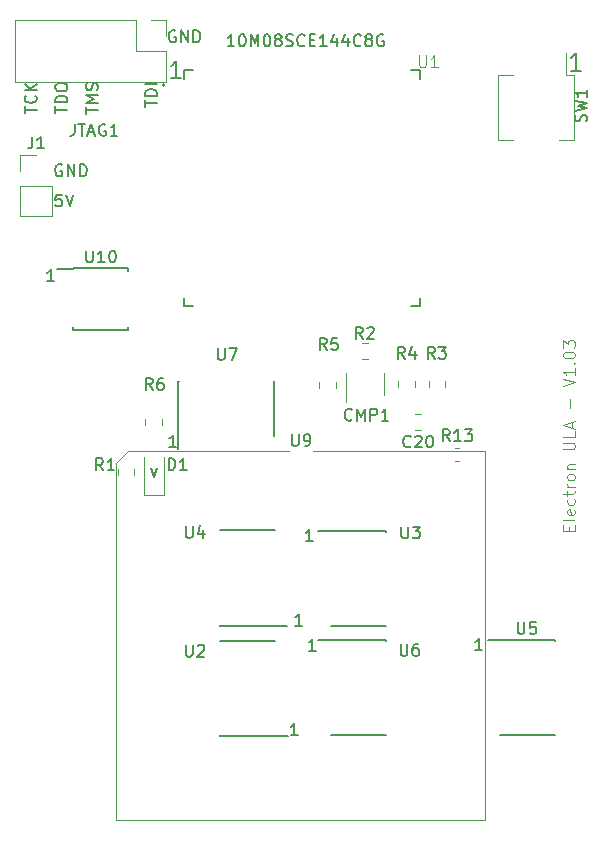
<source format=gbr>
G04 #@! TF.GenerationSoftware,KiCad,Pcbnew,(5.1.8)-1*
G04 #@! TF.CreationDate,2021-01-30T15:14:53+00:00*
G04 #@! TF.ProjectId,ElectronULA,456c6563-7472-46f6-9e55-4c412e6b6963,rev?*
G04 #@! TF.SameCoordinates,Original*
G04 #@! TF.FileFunction,Legend,Top*
G04 #@! TF.FilePolarity,Positive*
%FSLAX46Y46*%
G04 Gerber Fmt 4.6, Leading zero omitted, Abs format (unit mm)*
G04 Created by KiCad (PCBNEW (5.1.8)-1) date 2021-01-30 15:14:53*
%MOMM*%
%LPD*%
G01*
G04 APERTURE LIST*
%ADD10C,0.150000*%
%ADD11C,0.125000*%
%ADD12C,0.200000*%
%ADD13C,0.120000*%
%ADD14C,0.127000*%
%ADD15C,0.115000*%
G04 APERTURE END LIST*
D10*
X133135334Y-78481180D02*
X132563905Y-78481180D01*
X132849620Y-78481180D02*
X132849620Y-77481180D01*
X132754381Y-77624038D01*
X132659143Y-77719276D01*
X132563905Y-77766895D01*
X177735811Y-60658131D02*
X176878668Y-60658131D01*
X177307240Y-60658131D02*
X177307240Y-59158131D01*
X177164382Y-59372417D01*
X177021525Y-59515274D01*
X176878668Y-59586702D01*
X169391294Y-109713020D02*
X168819865Y-109713020D01*
X169105580Y-109713020D02*
X169105580Y-108713020D01*
X169010341Y-108855878D01*
X168915103Y-108951116D01*
X168819865Y-108998735D01*
X155304454Y-109766360D02*
X154733025Y-109766360D01*
X155018740Y-109766360D02*
X155018740Y-108766360D01*
X154923501Y-108909218D01*
X154828263Y-109004456D01*
X154733025Y-109052075D01*
X153770294Y-116929160D02*
X153198865Y-116929160D01*
X153484580Y-116929160D02*
X153484580Y-115929160D01*
X153389341Y-116072018D01*
X153294103Y-116167256D01*
X153198865Y-116214875D01*
X155027594Y-100497900D02*
X154456165Y-100497900D01*
X154741880Y-100497900D02*
X154741880Y-99497900D01*
X154646641Y-99640758D01*
X154551403Y-99735996D01*
X154456165Y-99783615D01*
X154141134Y-107637840D02*
X153569705Y-107637840D01*
X153855420Y-107637840D02*
X153855420Y-106637840D01*
X153760181Y-106780698D01*
X153664943Y-106875936D01*
X153569705Y-106923555D01*
X143473134Y-92491820D02*
X142901705Y-92491820D01*
X143187420Y-92491820D02*
X143187420Y-91491820D01*
X143092181Y-91634678D01*
X142996943Y-91729916D01*
X142901705Y-91777535D01*
X143903011Y-61298211D02*
X143045868Y-61298211D01*
X143474440Y-61298211D02*
X143474440Y-59798211D01*
X143331582Y-60012497D01*
X143188725Y-60155354D01*
X143045868Y-60226782D01*
X148397080Y-58587900D02*
X147825652Y-58587900D01*
X148111366Y-58587900D02*
X148111366Y-57587900D01*
X148016128Y-57730758D01*
X147920890Y-57825996D01*
X147825652Y-57873615D01*
X149016128Y-57587900D02*
X149111366Y-57587900D01*
X149206604Y-57635520D01*
X149254223Y-57683139D01*
X149301842Y-57778377D01*
X149349461Y-57968853D01*
X149349461Y-58206948D01*
X149301842Y-58397424D01*
X149254223Y-58492662D01*
X149206604Y-58540281D01*
X149111366Y-58587900D01*
X149016128Y-58587900D01*
X148920890Y-58540281D01*
X148873271Y-58492662D01*
X148825652Y-58397424D01*
X148778033Y-58206948D01*
X148778033Y-57968853D01*
X148825652Y-57778377D01*
X148873271Y-57683139D01*
X148920890Y-57635520D01*
X149016128Y-57587900D01*
X149778033Y-58587900D02*
X149778033Y-57587900D01*
X150111366Y-58302186D01*
X150444700Y-57587900D01*
X150444700Y-58587900D01*
X151111366Y-57587900D02*
X151206604Y-57587900D01*
X151301842Y-57635520D01*
X151349461Y-57683139D01*
X151397080Y-57778377D01*
X151444700Y-57968853D01*
X151444700Y-58206948D01*
X151397080Y-58397424D01*
X151349461Y-58492662D01*
X151301842Y-58540281D01*
X151206604Y-58587900D01*
X151111366Y-58587900D01*
X151016128Y-58540281D01*
X150968509Y-58492662D01*
X150920890Y-58397424D01*
X150873271Y-58206948D01*
X150873271Y-57968853D01*
X150920890Y-57778377D01*
X150968509Y-57683139D01*
X151016128Y-57635520D01*
X151111366Y-57587900D01*
X152016128Y-58016472D02*
X151920890Y-57968853D01*
X151873271Y-57921234D01*
X151825652Y-57825996D01*
X151825652Y-57778377D01*
X151873271Y-57683139D01*
X151920890Y-57635520D01*
X152016128Y-57587900D01*
X152206604Y-57587900D01*
X152301842Y-57635520D01*
X152349461Y-57683139D01*
X152397080Y-57778377D01*
X152397080Y-57825996D01*
X152349461Y-57921234D01*
X152301842Y-57968853D01*
X152206604Y-58016472D01*
X152016128Y-58016472D01*
X151920890Y-58064091D01*
X151873271Y-58111710D01*
X151825652Y-58206948D01*
X151825652Y-58397424D01*
X151873271Y-58492662D01*
X151920890Y-58540281D01*
X152016128Y-58587900D01*
X152206604Y-58587900D01*
X152301842Y-58540281D01*
X152349461Y-58492662D01*
X152397080Y-58397424D01*
X152397080Y-58206948D01*
X152349461Y-58111710D01*
X152301842Y-58064091D01*
X152206604Y-58016472D01*
X152778033Y-58540281D02*
X152920890Y-58587900D01*
X153158985Y-58587900D01*
X153254223Y-58540281D01*
X153301842Y-58492662D01*
X153349461Y-58397424D01*
X153349461Y-58302186D01*
X153301842Y-58206948D01*
X153254223Y-58159329D01*
X153158985Y-58111710D01*
X152968509Y-58064091D01*
X152873271Y-58016472D01*
X152825652Y-57968853D01*
X152778033Y-57873615D01*
X152778033Y-57778377D01*
X152825652Y-57683139D01*
X152873271Y-57635520D01*
X152968509Y-57587900D01*
X153206604Y-57587900D01*
X153349461Y-57635520D01*
X154349461Y-58492662D02*
X154301842Y-58540281D01*
X154158985Y-58587900D01*
X154063747Y-58587900D01*
X153920890Y-58540281D01*
X153825652Y-58445043D01*
X153778033Y-58349805D01*
X153730414Y-58159329D01*
X153730414Y-58016472D01*
X153778033Y-57825996D01*
X153825652Y-57730758D01*
X153920890Y-57635520D01*
X154063747Y-57587900D01*
X154158985Y-57587900D01*
X154301842Y-57635520D01*
X154349461Y-57683139D01*
X154778033Y-58064091D02*
X155111366Y-58064091D01*
X155254223Y-58587900D02*
X154778033Y-58587900D01*
X154778033Y-57587900D01*
X155254223Y-57587900D01*
X156206604Y-58587900D02*
X155635176Y-58587900D01*
X155920890Y-58587900D02*
X155920890Y-57587900D01*
X155825652Y-57730758D01*
X155730414Y-57825996D01*
X155635176Y-57873615D01*
X157063747Y-57921234D02*
X157063747Y-58587900D01*
X156825652Y-57540281D02*
X156587557Y-58254567D01*
X157206604Y-58254567D01*
X158016128Y-57921234D02*
X158016128Y-58587900D01*
X157778033Y-57540281D02*
X157539938Y-58254567D01*
X158158985Y-58254567D01*
X159111366Y-58492662D02*
X159063747Y-58540281D01*
X158920890Y-58587900D01*
X158825652Y-58587900D01*
X158682795Y-58540281D01*
X158587557Y-58445043D01*
X158539938Y-58349805D01*
X158492319Y-58159329D01*
X158492319Y-58016472D01*
X158539938Y-57825996D01*
X158587557Y-57730758D01*
X158682795Y-57635520D01*
X158825652Y-57587900D01*
X158920890Y-57587900D01*
X159063747Y-57635520D01*
X159111366Y-57683139D01*
X159682795Y-58016472D02*
X159587557Y-57968853D01*
X159539938Y-57921234D01*
X159492319Y-57825996D01*
X159492319Y-57778377D01*
X159539938Y-57683139D01*
X159587557Y-57635520D01*
X159682795Y-57587900D01*
X159873271Y-57587900D01*
X159968509Y-57635520D01*
X160016128Y-57683139D01*
X160063747Y-57778377D01*
X160063747Y-57825996D01*
X160016128Y-57921234D01*
X159968509Y-57968853D01*
X159873271Y-58016472D01*
X159682795Y-58016472D01*
X159587557Y-58064091D01*
X159539938Y-58111710D01*
X159492319Y-58206948D01*
X159492319Y-58397424D01*
X159539938Y-58492662D01*
X159587557Y-58540281D01*
X159682795Y-58587900D01*
X159873271Y-58587900D01*
X159968509Y-58540281D01*
X160016128Y-58492662D01*
X160063747Y-58397424D01*
X160063747Y-58206948D01*
X160016128Y-58111710D01*
X159968509Y-58064091D01*
X159873271Y-58016472D01*
X161016128Y-57635520D02*
X160920890Y-57587900D01*
X160778033Y-57587900D01*
X160635176Y-57635520D01*
X160539938Y-57730758D01*
X160492319Y-57825996D01*
X160444700Y-58016472D01*
X160444700Y-58159329D01*
X160492319Y-58349805D01*
X160539938Y-58445043D01*
X160635176Y-58540281D01*
X160778033Y-58587900D01*
X160873271Y-58587900D01*
X161016128Y-58540281D01*
X161063747Y-58492662D01*
X161063747Y-58159329D01*
X160873271Y-58159329D01*
X133802215Y-68641340D02*
X133706977Y-68593720D01*
X133564120Y-68593720D01*
X133421262Y-68641340D01*
X133326024Y-68736578D01*
X133278405Y-68831816D01*
X133230786Y-69022292D01*
X133230786Y-69165149D01*
X133278405Y-69355625D01*
X133326024Y-69450863D01*
X133421262Y-69546101D01*
X133564120Y-69593720D01*
X133659358Y-69593720D01*
X133802215Y-69546101D01*
X133849834Y-69498482D01*
X133849834Y-69165149D01*
X133659358Y-69165149D01*
X134278405Y-69593720D02*
X134278405Y-68593720D01*
X134849834Y-69593720D01*
X134849834Y-68593720D01*
X135326024Y-69593720D02*
X135326024Y-68593720D01*
X135564120Y-68593720D01*
X135706977Y-68641340D01*
X135802215Y-68736578D01*
X135849834Y-68831816D01*
X135897453Y-69022292D01*
X135897453Y-69165149D01*
X135849834Y-69355625D01*
X135802215Y-69450863D01*
X135706977Y-69546101D01*
X135564120Y-69593720D01*
X135326024Y-69593720D01*
X133784363Y-71154040D02*
X133308173Y-71154040D01*
X133260554Y-71630231D01*
X133308173Y-71582612D01*
X133403411Y-71534993D01*
X133641506Y-71534993D01*
X133736744Y-71582612D01*
X133784363Y-71630231D01*
X133831982Y-71725469D01*
X133831982Y-71963564D01*
X133784363Y-72058802D01*
X133736744Y-72106421D01*
X133641506Y-72154040D01*
X133403411Y-72154040D01*
X133308173Y-72106421D01*
X133260554Y-72058802D01*
X134117697Y-71154040D02*
X134451030Y-72154040D01*
X134784363Y-71154040D01*
X143411035Y-57300240D02*
X143315797Y-57252620D01*
X143172940Y-57252620D01*
X143030082Y-57300240D01*
X142934844Y-57395478D01*
X142887225Y-57490716D01*
X142839606Y-57681192D01*
X142839606Y-57824049D01*
X142887225Y-58014525D01*
X142934844Y-58109763D01*
X143030082Y-58205001D01*
X143172940Y-58252620D01*
X143268178Y-58252620D01*
X143411035Y-58205001D01*
X143458654Y-58157382D01*
X143458654Y-57824049D01*
X143268178Y-57824049D01*
X143887225Y-58252620D02*
X143887225Y-57252620D01*
X144458654Y-58252620D01*
X144458654Y-57252620D01*
X144934844Y-58252620D02*
X144934844Y-57252620D01*
X145172940Y-57252620D01*
X145315797Y-57300240D01*
X145411035Y-57395478D01*
X145458654Y-57490716D01*
X145506273Y-57681192D01*
X145506273Y-57824049D01*
X145458654Y-58014525D01*
X145411035Y-58109763D01*
X145315797Y-58205001D01*
X145172940Y-58252620D01*
X144934844Y-58252620D01*
X140836400Y-63693229D02*
X140836400Y-63121800D01*
X141836400Y-63407515D02*
X140836400Y-63407515D01*
X141836400Y-62788467D02*
X140836400Y-62788467D01*
X140836400Y-62550372D01*
X140884020Y-62407515D01*
X140979258Y-62312277D01*
X141074496Y-62264658D01*
X141264972Y-62217039D01*
X141407829Y-62217039D01*
X141598305Y-62264658D01*
X141693543Y-62312277D01*
X141788781Y-62407515D01*
X141836400Y-62550372D01*
X141836400Y-62788467D01*
X141836400Y-61788467D02*
X140836400Y-61788467D01*
X135845300Y-64305013D02*
X135845300Y-63733584D01*
X136845300Y-64019299D02*
X135845300Y-64019299D01*
X136845300Y-63400251D02*
X135845300Y-63400251D01*
X136559586Y-63066918D01*
X135845300Y-62733584D01*
X136845300Y-62733584D01*
X136797681Y-62305013D02*
X136845300Y-62162156D01*
X136845300Y-61924060D01*
X136797681Y-61828822D01*
X136750062Y-61781203D01*
X136654824Y-61733584D01*
X136559586Y-61733584D01*
X136464348Y-61781203D01*
X136416729Y-61828822D01*
X136369110Y-61924060D01*
X136321491Y-62114537D01*
X136273872Y-62209775D01*
X136226253Y-62257394D01*
X136131015Y-62305013D01*
X136035777Y-62305013D01*
X135940539Y-62257394D01*
X135892920Y-62209775D01*
X135845300Y-62114537D01*
X135845300Y-61876441D01*
X135892920Y-61733584D01*
X133259580Y-64243103D02*
X133259580Y-63671675D01*
X134259580Y-63957389D02*
X133259580Y-63957389D01*
X134259580Y-63338341D02*
X133259580Y-63338341D01*
X133259580Y-63100246D01*
X133307200Y-62957389D01*
X133402438Y-62862151D01*
X133497676Y-62814532D01*
X133688152Y-62766913D01*
X133831009Y-62766913D01*
X134021485Y-62814532D01*
X134116723Y-62862151D01*
X134211961Y-62957389D01*
X134259580Y-63100246D01*
X134259580Y-63338341D01*
X133259580Y-62147865D02*
X133259580Y-61957389D01*
X133307200Y-61862151D01*
X133402438Y-61766913D01*
X133592914Y-61719294D01*
X133926247Y-61719294D01*
X134116723Y-61766913D01*
X134211961Y-61862151D01*
X134259580Y-61957389D01*
X134259580Y-62147865D01*
X134211961Y-62243103D01*
X134116723Y-62338341D01*
X133926247Y-62385960D01*
X133592914Y-62385960D01*
X133402438Y-62338341D01*
X133307200Y-62243103D01*
X133259580Y-62147865D01*
X130653540Y-64239614D02*
X130653540Y-63668185D01*
X131653540Y-63953900D02*
X130653540Y-63953900D01*
X131558302Y-62763423D02*
X131605921Y-62811042D01*
X131653540Y-62953900D01*
X131653540Y-63049138D01*
X131605921Y-63191995D01*
X131510683Y-63287233D01*
X131415445Y-63334852D01*
X131224969Y-63382471D01*
X131082112Y-63382471D01*
X130891636Y-63334852D01*
X130796398Y-63287233D01*
X130701160Y-63191995D01*
X130653540Y-63049138D01*
X130653540Y-62953900D01*
X130701160Y-62811042D01*
X130748779Y-62763423D01*
X131653540Y-62334852D02*
X130653540Y-62334852D01*
X131653540Y-61763423D02*
X131082112Y-62191995D01*
X130653540Y-61763423D02*
X131224969Y-62334852D01*
D11*
X176712571Y-99629859D02*
X176712571Y-99296525D01*
X177236380Y-99153668D02*
X177236380Y-99629859D01*
X176236380Y-99629859D01*
X176236380Y-99153668D01*
X177236380Y-98582240D02*
X177188761Y-98677478D01*
X177093523Y-98725097D01*
X176236380Y-98725097D01*
X177188761Y-97820335D02*
X177236380Y-97915573D01*
X177236380Y-98106049D01*
X177188761Y-98201287D01*
X177093523Y-98248906D01*
X176712571Y-98248906D01*
X176617333Y-98201287D01*
X176569714Y-98106049D01*
X176569714Y-97915573D01*
X176617333Y-97820335D01*
X176712571Y-97772716D01*
X176807809Y-97772716D01*
X176903047Y-98248906D01*
X177188761Y-96915573D02*
X177236380Y-97010811D01*
X177236380Y-97201287D01*
X177188761Y-97296525D01*
X177141142Y-97344144D01*
X177045904Y-97391763D01*
X176760190Y-97391763D01*
X176664952Y-97344144D01*
X176617333Y-97296525D01*
X176569714Y-97201287D01*
X176569714Y-97010811D01*
X176617333Y-96915573D01*
X176569714Y-96629859D02*
X176569714Y-96248906D01*
X176236380Y-96487001D02*
X177093523Y-96487001D01*
X177188761Y-96439382D01*
X177236380Y-96344144D01*
X177236380Y-96248906D01*
X177236380Y-95915573D02*
X176569714Y-95915573D01*
X176760190Y-95915573D02*
X176664952Y-95867954D01*
X176617333Y-95820335D01*
X176569714Y-95725097D01*
X176569714Y-95629859D01*
X177236380Y-95153668D02*
X177188761Y-95248906D01*
X177141142Y-95296525D01*
X177045904Y-95344144D01*
X176760190Y-95344144D01*
X176664952Y-95296525D01*
X176617333Y-95248906D01*
X176569714Y-95153668D01*
X176569714Y-95010811D01*
X176617333Y-94915573D01*
X176664952Y-94867954D01*
X176760190Y-94820335D01*
X177045904Y-94820335D01*
X177141142Y-94867954D01*
X177188761Y-94915573D01*
X177236380Y-95010811D01*
X177236380Y-95153668D01*
X176569714Y-94391763D02*
X177236380Y-94391763D01*
X176664952Y-94391763D02*
X176617333Y-94344144D01*
X176569714Y-94248906D01*
X176569714Y-94106049D01*
X176617333Y-94010811D01*
X176712571Y-93963192D01*
X177236380Y-93963192D01*
X176236380Y-92725097D02*
X177045904Y-92725097D01*
X177141142Y-92677478D01*
X177188761Y-92629859D01*
X177236380Y-92534620D01*
X177236380Y-92344144D01*
X177188761Y-92248906D01*
X177141142Y-92201287D01*
X177045904Y-92153668D01*
X176236380Y-92153668D01*
X177236380Y-91201287D02*
X177236380Y-91677478D01*
X176236380Y-91677478D01*
X176950666Y-90915573D02*
X176950666Y-90439382D01*
X177236380Y-91010811D02*
X176236380Y-90677478D01*
X177236380Y-90344144D01*
X176855428Y-89248906D02*
X176855428Y-88487001D01*
X176236380Y-87391763D02*
X177236380Y-87058430D01*
X176236380Y-86725097D01*
X177236380Y-85867954D02*
X177236380Y-86439382D01*
X177236380Y-86153668D02*
X176236380Y-86153668D01*
X176379238Y-86248906D01*
X176474476Y-86344144D01*
X176522095Y-86439382D01*
X177141142Y-85439382D02*
X177188761Y-85391763D01*
X177236380Y-85439382D01*
X177188761Y-85487001D01*
X177141142Y-85439382D01*
X177236380Y-85439382D01*
X176236380Y-84772716D02*
X176236380Y-84677478D01*
X176284000Y-84582240D01*
X176331619Y-84534620D01*
X176426857Y-84487001D01*
X176617333Y-84439382D01*
X176855428Y-84439382D01*
X177045904Y-84487001D01*
X177141142Y-84534620D01*
X177188761Y-84582240D01*
X177236380Y-84677478D01*
X177236380Y-84772716D01*
X177188761Y-84867954D01*
X177141142Y-84915573D01*
X177045904Y-84963192D01*
X176855428Y-85010811D01*
X176617333Y-85010811D01*
X176426857Y-84963192D01*
X176331619Y-84915573D01*
X176284000Y-84867954D01*
X176236380Y-84772716D01*
X176236380Y-84106049D02*
X176236380Y-83487001D01*
X176617333Y-83820335D01*
X176617333Y-83677478D01*
X176664952Y-83582240D01*
X176712571Y-83534620D01*
X176807809Y-83487001D01*
X177045904Y-83487001D01*
X177141142Y-83534620D01*
X177188761Y-83582240D01*
X177236380Y-83677478D01*
X177236380Y-83963192D01*
X177188761Y-84058430D01*
X177141142Y-84106049D01*
D12*
X141890405Y-94284847D02*
X141604691Y-95046752D01*
X141318977Y-94284847D01*
D10*
X134774040Y-77359600D02*
X134774040Y-77484600D01*
X139424040Y-77359600D02*
X139424040Y-77584600D01*
X139424040Y-82609600D02*
X139424040Y-82384600D01*
X134774040Y-82609600D02*
X134774040Y-82384600D01*
X134774040Y-77359600D02*
X139424040Y-77359600D01*
X134774040Y-82609600D02*
X139424040Y-82609600D01*
X134774040Y-77484600D02*
X133424040Y-77484600D01*
D13*
X170704200Y-61004160D02*
X170704200Y-66524160D01*
X176524200Y-59154160D02*
X176524200Y-61004160D01*
X177174200Y-61004160D02*
X176524200Y-61004160D01*
X177174200Y-61004160D02*
X177174200Y-66524160D01*
X177174200Y-66524160D02*
X175905200Y-66524160D01*
X171974200Y-61004160D02*
X170704200Y-61004160D01*
X171974200Y-66524160D02*
X170704200Y-66524160D01*
X130290260Y-72983400D02*
X132950260Y-72983400D01*
X130290260Y-70383400D02*
X130290260Y-72983400D01*
X132950260Y-70383400D02*
X132950260Y-72983400D01*
X130290260Y-70383400D02*
X132950260Y-70383400D01*
X130290260Y-69113400D02*
X130290260Y-67783400D01*
X130290260Y-67783400D02*
X131620260Y-67783400D01*
X167435347Y-93664500D02*
X167092813Y-93664500D01*
X167435347Y-92644500D02*
X167092813Y-92644500D01*
X129835600Y-56381340D02*
X129835600Y-61581340D01*
X140055600Y-56381340D02*
X129835600Y-56381340D01*
X142655600Y-61581340D02*
X129835600Y-61581340D01*
X140055600Y-56381340D02*
X140055600Y-58981340D01*
X140055600Y-58981340D02*
X142655600Y-58981340D01*
X142655600Y-58981340D02*
X142655600Y-61581340D01*
X141325600Y-56381340D02*
X142655600Y-56381340D01*
X142655600Y-56381340D02*
X142655600Y-57711340D01*
X159175948Y-83691000D02*
X159698452Y-83691000D01*
X159175948Y-85111000D02*
X159698452Y-85111000D01*
D14*
X144137200Y-61371000D02*
X144137200Y-60621000D01*
X144137200Y-60621000D02*
X144887200Y-60621000D01*
X163387200Y-60621000D02*
X164137200Y-60621000D01*
X164137200Y-60621000D02*
X164137200Y-61371000D01*
X163387200Y-80621000D02*
X164137200Y-80621000D01*
X164137200Y-80621000D02*
X164137200Y-79871000D01*
X144137200Y-79871000D02*
X144137200Y-80621000D01*
X144137200Y-80621000D02*
X144887200Y-80621000D01*
D12*
X142487200Y-61871000D02*
G75*
G03*
X142487200Y-61871000I-100000J0D01*
G01*
D10*
X175567720Y-108878220D02*
X175567720Y-108903220D01*
X175567720Y-116928220D02*
X175567720Y-116903220D01*
X170917720Y-116928220D02*
X170917720Y-116903220D01*
X169842720Y-108828220D02*
X175567720Y-108828220D01*
X170917720Y-116928220D02*
X175567720Y-116928220D01*
D13*
X139942640Y-94384228D02*
X139942640Y-94906732D01*
X138522640Y-94384228D02*
X138522640Y-94906732D01*
X140726920Y-96541720D02*
X142426920Y-96541720D01*
X142426920Y-96541720D02*
X142426920Y-93391720D01*
X140726920Y-96541720D02*
X140726920Y-93391720D01*
X153038300Y-92871100D02*
X139413300Y-92871100D01*
X139413300Y-92871100D02*
X138413300Y-93871100D01*
X138413300Y-93871100D02*
X138413300Y-124121100D01*
X138413300Y-124121100D02*
X169663300Y-124121100D01*
X169663300Y-124121100D02*
X169663300Y-92871100D01*
X169663300Y-92871100D02*
X155038300Y-92871100D01*
X161037200Y-88091000D02*
X161037200Y-86291000D01*
X157817200Y-86291000D02*
X157817200Y-88741000D01*
D10*
X143698860Y-86966160D02*
X143723860Y-86966160D01*
X151748860Y-86966160D02*
X151723860Y-86966160D01*
X151748860Y-91616160D02*
X151723860Y-91616160D01*
X143648860Y-92691160D02*
X143648860Y-86966160D01*
X151748860Y-91616160D02*
X151748860Y-86966160D01*
X161202000Y-99657800D02*
X161202000Y-99682800D01*
X161202000Y-107707800D02*
X161202000Y-107682800D01*
X156552000Y-107707800D02*
X156552000Y-107682800D01*
X155477000Y-99607800D02*
X161202000Y-99607800D01*
X156552000Y-107707800D02*
X161202000Y-107707800D01*
X161202000Y-108878000D02*
X161202000Y-108903000D01*
X161202000Y-116928000D02*
X161202000Y-116903000D01*
X156552000Y-116928000D02*
X156552000Y-116903000D01*
X155477000Y-108828000D02*
X161202000Y-108828000D01*
X156552000Y-116928000D02*
X161202000Y-116928000D01*
X147166700Y-107606200D02*
X147166700Y-107581200D01*
X147166700Y-99556200D02*
X147166700Y-99581200D01*
X151816700Y-99556200D02*
X151816700Y-99581200D01*
X152891700Y-107656200D02*
X147166700Y-107656200D01*
X151816700Y-99556200D02*
X147166700Y-99556200D01*
X147192100Y-116953400D02*
X147192100Y-116928400D01*
X147192100Y-108903400D02*
X147192100Y-108928400D01*
X151842100Y-108903400D02*
X151842100Y-108928400D01*
X152917100Y-117003400D02*
X147192100Y-117003400D01*
X151842100Y-108903400D02*
X147192100Y-108903400D01*
D13*
X155587200Y-87557252D02*
X155587200Y-87034748D01*
X157007200Y-87557252D02*
X157007200Y-87034748D01*
X163667200Y-86894748D02*
X163667200Y-87417252D01*
X162247200Y-86894748D02*
X162247200Y-87417252D01*
X164847200Y-87412252D02*
X164847200Y-86889748D01*
X166267200Y-87412252D02*
X166267200Y-86889748D01*
X164243452Y-91111000D02*
X163720948Y-91111000D01*
X164243452Y-89691000D02*
X163720948Y-89691000D01*
X142286920Y-90115468D02*
X142286920Y-90637972D01*
X140866920Y-90115468D02*
X140866920Y-90637972D01*
D10*
X135860944Y-75886980D02*
X135860944Y-76696504D01*
X135908563Y-76791742D01*
X135956182Y-76839361D01*
X136051420Y-76886980D01*
X136241897Y-76886980D01*
X136337135Y-76839361D01*
X136384754Y-76791742D01*
X136432373Y-76696504D01*
X136432373Y-75886980D01*
X137432373Y-76886980D02*
X136860944Y-76886980D01*
X137146659Y-76886980D02*
X137146659Y-75886980D01*
X137051420Y-76029838D01*
X136956182Y-76125076D01*
X136860944Y-76172695D01*
X138051420Y-75886980D02*
X138146659Y-75886980D01*
X138241897Y-75934600D01*
X138289516Y-75982219D01*
X138337135Y-76077457D01*
X138384754Y-76267933D01*
X138384754Y-76506028D01*
X138337135Y-76696504D01*
X138289516Y-76791742D01*
X138241897Y-76839361D01*
X138146659Y-76886980D01*
X138051420Y-76886980D01*
X137956182Y-76839361D01*
X137908563Y-76791742D01*
X137860944Y-76696504D01*
X137813325Y-76506028D01*
X137813325Y-76267933D01*
X137860944Y-76077457D01*
X137908563Y-75982219D01*
X137956182Y-75934600D01*
X138051420Y-75886980D01*
X178184441Y-64945093D02*
X178232060Y-64802236D01*
X178232060Y-64564140D01*
X178184441Y-64468902D01*
X178136822Y-64421283D01*
X178041584Y-64373664D01*
X177946346Y-64373664D01*
X177851108Y-64421283D01*
X177803489Y-64468902D01*
X177755870Y-64564140D01*
X177708251Y-64754617D01*
X177660632Y-64849855D01*
X177613013Y-64897474D01*
X177517775Y-64945093D01*
X177422537Y-64945093D01*
X177327299Y-64897474D01*
X177279680Y-64849855D01*
X177232060Y-64754617D01*
X177232060Y-64516521D01*
X177279680Y-64373664D01*
X177232060Y-64040331D02*
X178232060Y-63802236D01*
X177517775Y-63611760D01*
X178232060Y-63421283D01*
X177232060Y-63183188D01*
X178232060Y-62278426D02*
X178232060Y-62849855D01*
X178232060Y-62564140D02*
X177232060Y-62564140D01*
X177374918Y-62659379D01*
X177470156Y-62754617D01*
X177517775Y-62849855D01*
X131286926Y-66235780D02*
X131286926Y-66950066D01*
X131239307Y-67092923D01*
X131144069Y-67188161D01*
X131001212Y-67235780D01*
X130905974Y-67235780D01*
X132286926Y-67235780D02*
X131715498Y-67235780D01*
X132001212Y-67235780D02*
X132001212Y-66235780D01*
X131905974Y-66378638D01*
X131810736Y-66473876D01*
X131715498Y-66521495D01*
X166639002Y-92021920D02*
X166305669Y-91545730D01*
X166067574Y-92021920D02*
X166067574Y-91021920D01*
X166448526Y-91021920D01*
X166543764Y-91069540D01*
X166591383Y-91117159D01*
X166639002Y-91212397D01*
X166639002Y-91355254D01*
X166591383Y-91450492D01*
X166543764Y-91498111D01*
X166448526Y-91545730D01*
X166067574Y-91545730D01*
X167591383Y-92021920D02*
X167019955Y-92021920D01*
X167305669Y-92021920D02*
X167305669Y-91021920D01*
X167210431Y-91164778D01*
X167115193Y-91260016D01*
X167019955Y-91307635D01*
X167924717Y-91021920D02*
X168543764Y-91021920D01*
X168210431Y-91402873D01*
X168353288Y-91402873D01*
X168448526Y-91450492D01*
X168496145Y-91498111D01*
X168543764Y-91593349D01*
X168543764Y-91831444D01*
X168496145Y-91926682D01*
X168448526Y-91974301D01*
X168353288Y-92021920D01*
X168067574Y-92021920D01*
X167972336Y-91974301D01*
X167924717Y-91926682D01*
X134871982Y-65172340D02*
X134871982Y-65886626D01*
X134824363Y-66029483D01*
X134729125Y-66124721D01*
X134586268Y-66172340D01*
X134491030Y-66172340D01*
X135205316Y-65172340D02*
X135776744Y-65172340D01*
X135491030Y-66172340D02*
X135491030Y-65172340D01*
X136062459Y-65886626D02*
X136538649Y-65886626D01*
X135967220Y-66172340D02*
X136300554Y-65172340D01*
X136633887Y-66172340D01*
X137491030Y-65219960D02*
X137395792Y-65172340D01*
X137252935Y-65172340D01*
X137110078Y-65219960D01*
X137014840Y-65315198D01*
X136967220Y-65410436D01*
X136919601Y-65600912D01*
X136919601Y-65743769D01*
X136967220Y-65934245D01*
X137014840Y-66029483D01*
X137110078Y-66124721D01*
X137252935Y-66172340D01*
X137348173Y-66172340D01*
X137491030Y-66124721D01*
X137538649Y-66077102D01*
X137538649Y-65743769D01*
X137348173Y-65743769D01*
X138491030Y-66172340D02*
X137919601Y-66172340D01*
X138205316Y-66172340D02*
X138205316Y-65172340D01*
X138110078Y-65315198D01*
X138014840Y-65410436D01*
X137919601Y-65458055D01*
X159260533Y-83363380D02*
X158927200Y-82887190D01*
X158689104Y-83363380D02*
X158689104Y-82363380D01*
X159070057Y-82363380D01*
X159165295Y-82411000D01*
X159212914Y-82458619D01*
X159260533Y-82553857D01*
X159260533Y-82696714D01*
X159212914Y-82791952D01*
X159165295Y-82839571D01*
X159070057Y-82887190D01*
X158689104Y-82887190D01*
X159641485Y-82458619D02*
X159689104Y-82411000D01*
X159784342Y-82363380D01*
X160022438Y-82363380D01*
X160117676Y-82411000D01*
X160165295Y-82458619D01*
X160212914Y-82553857D01*
X160212914Y-82649095D01*
X160165295Y-82791952D01*
X159593866Y-83363380D01*
X160212914Y-83363380D01*
D15*
X164058353Y-59370735D02*
X164058353Y-60180622D01*
X164105993Y-60275903D01*
X164153634Y-60323543D01*
X164248914Y-60371184D01*
X164439476Y-60371184D01*
X164534757Y-60323543D01*
X164582397Y-60275903D01*
X164630038Y-60180622D01*
X164630038Y-59370735D01*
X165630487Y-60371184D02*
X165058802Y-60371184D01*
X165344644Y-60371184D02*
X165344644Y-59370735D01*
X165249363Y-59513656D01*
X165154083Y-59608937D01*
X165058802Y-59656577D01*
D10*
X172394975Y-107336340D02*
X172394975Y-108145864D01*
X172442594Y-108241102D01*
X172490213Y-108288721D01*
X172585451Y-108336340D01*
X172775927Y-108336340D01*
X172871165Y-108288721D01*
X172918784Y-108241102D01*
X172966403Y-108145864D01*
X172966403Y-107336340D01*
X173918784Y-107336340D02*
X173442594Y-107336340D01*
X173394975Y-107812531D01*
X173442594Y-107764912D01*
X173537832Y-107717293D01*
X173775927Y-107717293D01*
X173871165Y-107764912D01*
X173918784Y-107812531D01*
X173966403Y-107907769D01*
X173966403Y-108145864D01*
X173918784Y-108241102D01*
X173871165Y-108288721D01*
X173775927Y-108336340D01*
X173537832Y-108336340D01*
X173442594Y-108288721D01*
X173394975Y-108241102D01*
X137282893Y-94478100D02*
X136949560Y-94001910D01*
X136711464Y-94478100D02*
X136711464Y-93478100D01*
X137092417Y-93478100D01*
X137187655Y-93525720D01*
X137235274Y-93573339D01*
X137282893Y-93668577D01*
X137282893Y-93811434D01*
X137235274Y-93906672D01*
X137187655Y-93954291D01*
X137092417Y-94001910D01*
X136711464Y-94001910D01*
X138235274Y-94478100D02*
X137663845Y-94478100D01*
X137949560Y-94478100D02*
X137949560Y-93478100D01*
X137854321Y-93620958D01*
X137759083Y-93716196D01*
X137663845Y-93763815D01*
X142832864Y-94478100D02*
X142832864Y-93478100D01*
X143070960Y-93478100D01*
X143213817Y-93525720D01*
X143309055Y-93620958D01*
X143356674Y-93716196D01*
X143404293Y-93906672D01*
X143404293Y-94049529D01*
X143356674Y-94240005D01*
X143309055Y-94335243D01*
X143213817Y-94430481D01*
X143070960Y-94478100D01*
X142832864Y-94478100D01*
X144356674Y-94478100D02*
X143785245Y-94478100D01*
X144070960Y-94478100D02*
X144070960Y-93478100D01*
X143975721Y-93620958D01*
X143880483Y-93716196D01*
X143785245Y-93763815D01*
X153276395Y-91423480D02*
X153276395Y-92233004D01*
X153324014Y-92328242D01*
X153371633Y-92375861D01*
X153466871Y-92423480D01*
X153657347Y-92423480D01*
X153752585Y-92375861D01*
X153800204Y-92328242D01*
X153847823Y-92233004D01*
X153847823Y-91423480D01*
X154371633Y-92423480D02*
X154562109Y-92423480D01*
X154657347Y-92375861D01*
X154704966Y-92328242D01*
X154800204Y-92185385D01*
X154847823Y-91994909D01*
X154847823Y-91613957D01*
X154800204Y-91518719D01*
X154752585Y-91471100D01*
X154657347Y-91423480D01*
X154466871Y-91423480D01*
X154371633Y-91471100D01*
X154324014Y-91518719D01*
X154276395Y-91613957D01*
X154276395Y-91852052D01*
X154324014Y-91947290D01*
X154371633Y-91994909D01*
X154466871Y-92042528D01*
X154657347Y-92042528D01*
X154752585Y-91994909D01*
X154800204Y-91947290D01*
X154847823Y-91852052D01*
X158359104Y-90188142D02*
X158311485Y-90235761D01*
X158168628Y-90283380D01*
X158073390Y-90283380D01*
X157930533Y-90235761D01*
X157835295Y-90140523D01*
X157787676Y-90045285D01*
X157740057Y-89854809D01*
X157740057Y-89711952D01*
X157787676Y-89521476D01*
X157835295Y-89426238D01*
X157930533Y-89331000D01*
X158073390Y-89283380D01*
X158168628Y-89283380D01*
X158311485Y-89331000D01*
X158359104Y-89378619D01*
X158787676Y-90283380D02*
X158787676Y-89283380D01*
X159121009Y-89997666D01*
X159454342Y-89283380D01*
X159454342Y-90283380D01*
X159930533Y-90283380D02*
X159930533Y-89283380D01*
X160311485Y-89283380D01*
X160406723Y-89331000D01*
X160454342Y-89378619D01*
X160501961Y-89473857D01*
X160501961Y-89616714D01*
X160454342Y-89711952D01*
X160406723Y-89759571D01*
X160311485Y-89807190D01*
X159930533Y-89807190D01*
X161454342Y-90283380D02*
X160882914Y-90283380D01*
X161168628Y-90283380D02*
X161168628Y-89283380D01*
X161073390Y-89426238D01*
X160978152Y-89521476D01*
X160882914Y-89569095D01*
X147005295Y-84149940D02*
X147005295Y-84959464D01*
X147052914Y-85054702D01*
X147100533Y-85102321D01*
X147195771Y-85149940D01*
X147386247Y-85149940D01*
X147481485Y-85102321D01*
X147529104Y-85054702D01*
X147576723Y-84959464D01*
X147576723Y-84149940D01*
X147957676Y-84149940D02*
X148624342Y-84149940D01*
X148195771Y-85149940D01*
X162552475Y-99256600D02*
X162552475Y-100066124D01*
X162600094Y-100161362D01*
X162647713Y-100208981D01*
X162742951Y-100256600D01*
X162933427Y-100256600D01*
X163028665Y-100208981D01*
X163076284Y-100161362D01*
X163123903Y-100066124D01*
X163123903Y-99256600D01*
X163504856Y-99256600D02*
X164123903Y-99256600D01*
X163790570Y-99637553D01*
X163933427Y-99637553D01*
X164028665Y-99685172D01*
X164076284Y-99732791D01*
X164123903Y-99828029D01*
X164123903Y-100066124D01*
X164076284Y-100161362D01*
X164028665Y-100208981D01*
X163933427Y-100256600D01*
X163647713Y-100256600D01*
X163552475Y-100208981D01*
X163504856Y-100161362D01*
X162471195Y-109190540D02*
X162471195Y-110000064D01*
X162518814Y-110095302D01*
X162566433Y-110142921D01*
X162661671Y-110190540D01*
X162852147Y-110190540D01*
X162947385Y-110142921D01*
X162995004Y-110095302D01*
X163042623Y-110000064D01*
X163042623Y-109190540D01*
X163947385Y-109190540D02*
X163756909Y-109190540D01*
X163661671Y-109238160D01*
X163614052Y-109285779D01*
X163518814Y-109428636D01*
X163471195Y-109619112D01*
X163471195Y-110000064D01*
X163518814Y-110095302D01*
X163566433Y-110142921D01*
X163661671Y-110190540D01*
X163852147Y-110190540D01*
X163947385Y-110142921D01*
X163995004Y-110095302D01*
X164042623Y-110000064D01*
X164042623Y-109761969D01*
X163995004Y-109666731D01*
X163947385Y-109619112D01*
X163852147Y-109571493D01*
X163661671Y-109571493D01*
X163566433Y-109619112D01*
X163518814Y-109666731D01*
X163471195Y-109761969D01*
X144297495Y-99208340D02*
X144297495Y-100017864D01*
X144345114Y-100113102D01*
X144392733Y-100160721D01*
X144487971Y-100208340D01*
X144678447Y-100208340D01*
X144773685Y-100160721D01*
X144821304Y-100113102D01*
X144868923Y-100017864D01*
X144868923Y-99208340D01*
X145773685Y-99541674D02*
X145773685Y-100208340D01*
X145535590Y-99160721D02*
X145297495Y-99875007D01*
X145916542Y-99875007D01*
X144297495Y-109266740D02*
X144297495Y-110076264D01*
X144345114Y-110171502D01*
X144392733Y-110219121D01*
X144487971Y-110266740D01*
X144678447Y-110266740D01*
X144773685Y-110219121D01*
X144821304Y-110171502D01*
X144868923Y-110076264D01*
X144868923Y-109266740D01*
X145297495Y-109361979D02*
X145345114Y-109314360D01*
X145440352Y-109266740D01*
X145678447Y-109266740D01*
X145773685Y-109314360D01*
X145821304Y-109361979D01*
X145868923Y-109457217D01*
X145868923Y-109552455D01*
X145821304Y-109695312D01*
X145249876Y-110266740D01*
X145868923Y-110266740D01*
X156215133Y-84305700D02*
X155881800Y-83829510D01*
X155643704Y-84305700D02*
X155643704Y-83305700D01*
X156024657Y-83305700D01*
X156119895Y-83353320D01*
X156167514Y-83400939D01*
X156215133Y-83496177D01*
X156215133Y-83639034D01*
X156167514Y-83734272D01*
X156119895Y-83781891D01*
X156024657Y-83829510D01*
X155643704Y-83829510D01*
X157119895Y-83305700D02*
X156643704Y-83305700D01*
X156596085Y-83781891D01*
X156643704Y-83734272D01*
X156738942Y-83686653D01*
X156977038Y-83686653D01*
X157072276Y-83734272D01*
X157119895Y-83781891D01*
X157167514Y-83877129D01*
X157167514Y-84115224D01*
X157119895Y-84210462D01*
X157072276Y-84258081D01*
X156977038Y-84305700D01*
X156738942Y-84305700D01*
X156643704Y-84258081D01*
X156596085Y-84210462D01*
X162830213Y-85029300D02*
X162496880Y-84553110D01*
X162258784Y-85029300D02*
X162258784Y-84029300D01*
X162639737Y-84029300D01*
X162734975Y-84076920D01*
X162782594Y-84124539D01*
X162830213Y-84219777D01*
X162830213Y-84362634D01*
X162782594Y-84457872D01*
X162734975Y-84505491D01*
X162639737Y-84553110D01*
X162258784Y-84553110D01*
X163687356Y-84362634D02*
X163687356Y-85029300D01*
X163449260Y-83981681D02*
X163211165Y-84695967D01*
X163830213Y-84695967D01*
X165349893Y-85044540D02*
X165016560Y-84568350D01*
X164778464Y-85044540D02*
X164778464Y-84044540D01*
X165159417Y-84044540D01*
X165254655Y-84092160D01*
X165302274Y-84139779D01*
X165349893Y-84235017D01*
X165349893Y-84377874D01*
X165302274Y-84473112D01*
X165254655Y-84520731D01*
X165159417Y-84568350D01*
X164778464Y-84568350D01*
X165683226Y-84044540D02*
X166302274Y-84044540D01*
X165968940Y-84425493D01*
X166111798Y-84425493D01*
X166207036Y-84473112D01*
X166254655Y-84520731D01*
X166302274Y-84615969D01*
X166302274Y-84854064D01*
X166254655Y-84949302D01*
X166207036Y-84996921D01*
X166111798Y-85044540D01*
X165826083Y-85044540D01*
X165730845Y-84996921D01*
X165683226Y-84949302D01*
X163324302Y-92460082D02*
X163276683Y-92507701D01*
X163133826Y-92555320D01*
X163038588Y-92555320D01*
X162895731Y-92507701D01*
X162800493Y-92412463D01*
X162752874Y-92317225D01*
X162705255Y-92126749D01*
X162705255Y-91983892D01*
X162752874Y-91793416D01*
X162800493Y-91698178D01*
X162895731Y-91602940D01*
X163038588Y-91555320D01*
X163133826Y-91555320D01*
X163276683Y-91602940D01*
X163324302Y-91650559D01*
X163705255Y-91650559D02*
X163752874Y-91602940D01*
X163848112Y-91555320D01*
X164086207Y-91555320D01*
X164181445Y-91602940D01*
X164229064Y-91650559D01*
X164276683Y-91745797D01*
X164276683Y-91841035D01*
X164229064Y-91983892D01*
X163657636Y-92555320D01*
X164276683Y-92555320D01*
X164895731Y-91555320D02*
X164990969Y-91555320D01*
X165086207Y-91602940D01*
X165133826Y-91650559D01*
X165181445Y-91745797D01*
X165229064Y-91936273D01*
X165229064Y-92174368D01*
X165181445Y-92364844D01*
X165133826Y-92460082D01*
X165086207Y-92507701D01*
X164990969Y-92555320D01*
X164895731Y-92555320D01*
X164800493Y-92507701D01*
X164752874Y-92460082D01*
X164705255Y-92364844D01*
X164657636Y-92174368D01*
X164657636Y-91936273D01*
X164705255Y-91745797D01*
X164752874Y-91650559D01*
X164800493Y-91602940D01*
X164895731Y-91555320D01*
X141480253Y-87684100D02*
X141146920Y-87207910D01*
X140908824Y-87684100D02*
X140908824Y-86684100D01*
X141289777Y-86684100D01*
X141385015Y-86731720D01*
X141432634Y-86779339D01*
X141480253Y-86874577D01*
X141480253Y-87017434D01*
X141432634Y-87112672D01*
X141385015Y-87160291D01*
X141289777Y-87207910D01*
X140908824Y-87207910D01*
X142337396Y-86684100D02*
X142146920Y-86684100D01*
X142051681Y-86731720D01*
X142004062Y-86779339D01*
X141908824Y-86922196D01*
X141861205Y-87112672D01*
X141861205Y-87493624D01*
X141908824Y-87588862D01*
X141956443Y-87636481D01*
X142051681Y-87684100D01*
X142242158Y-87684100D01*
X142337396Y-87636481D01*
X142385015Y-87588862D01*
X142432634Y-87493624D01*
X142432634Y-87255529D01*
X142385015Y-87160291D01*
X142337396Y-87112672D01*
X142242158Y-87065053D01*
X142051681Y-87065053D01*
X141956443Y-87112672D01*
X141908824Y-87160291D01*
X141861205Y-87255529D01*
M02*

</source>
